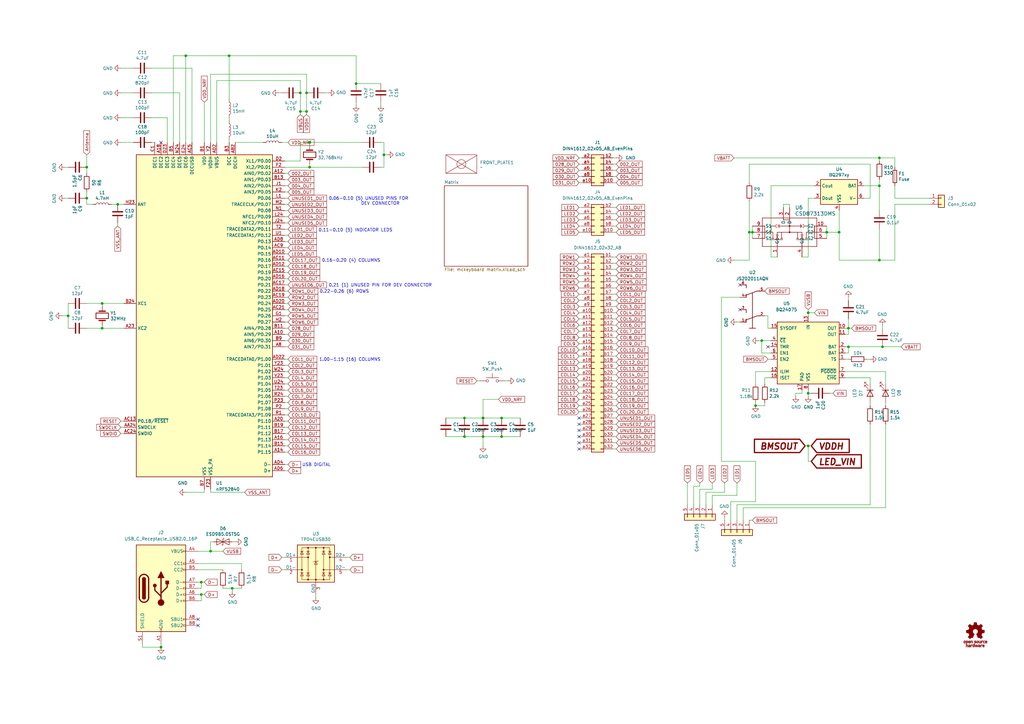
<source format=kicad_sch>
(kicad_sch (version 20231120) (generator "eeschema") (generator_version "8.0")
  (paper "A3")
  (title_block (title "Wavelength") (company "AA RESEARCH"))
  (junction (at 41.91 134.62))
  (junction (at 360.68 106.68))
  (junction (at 125.73 38.1))
  (junction (at 344.17 95.25))
  (junction (at 82.55 238.76))
  (junction (at 347.98 134.62))
  (junction (at 66.04 265.43))
  (junction (at 86.36 226.06))
  (junction (at 307.34 95.25))
  (junction (at 35.56 81.28))
  (junction (at 146.05 34.29))
  (junction (at 360.68 64.77))
  (junction (at 27.94 129.54))
  (junction (at 331.47 182.88))
  (junction (at 339.09 95.25))
  (junction (at 331.47 128.27))
  (junction (at 127 68.58))
  (junction (at 205.74 171.45))
  (junction (at 205.74 179.07))
  (junction (at 309.88 166.37))
  (junction (at 198.12 179.07))
  (junction (at 308.61 95.25))
  (junction (at 123.19 38.1))
  (junction (at 190.5 171.45))
  (junction (at 347.98 142.24))
  (junction (at 76.2 22.86))
  (junction (at 82.55 243.84))
  (junction (at 312.42 139.7))
  (junction (at 198.12 171.45))
  (junction (at 331.47 161.29))
  (junction (at 41.91 124.46))
  (junction (at 127 58.42))
  (junction (at 360.68 76.2))
  (junction (at 125.73 45.72))
  (junction (at 93.98 22.86))
  (junction (at 35.56 68.58))
  (junction (at 361.95 142.24))
  (junction (at 48.26 83.82))
  (junction (at 95.25 241.3))
  (junction (at 190.5 179.07))
  (junction (at 157.48 63.5))
  (junction (at 123.19 45.72))
  (no_connect (at 237.49 181.61))
  (no_connect (at 237.49 171.45))
  (no_connect (at 237.49 179.07))
  (no_connect (at 81.28 256.54))
  (no_connect (at 66.04 58.42))
  (no_connect (at 237.49 176.53))
  (no_connect (at 303.53 127))
  (no_connect (at 237.49 173.99))
  (no_connect (at 314.96 142.24))
  (no_connect (at 81.28 254))
  (no_connect (at 237.49 184.15))
  (no_connect (at 303.53 116.84))
  (wire (pts (xy 347.98 137.16) (xy 346.71 137.16)))
  (wire (pts (xy 313.69 157.48) (xy 313.69 154.94)))
  (wire (pts (xy 331.47 161.29) (xy 331.47 160.02)))
  (wire (pts (xy 314.96 129.54) (xy 313.69 129.54)))
  (wire (pts (xy 251.46 135.89) (xy 252.73 135.89)))
  (wire (pts (xy 35.56 78.74) (xy 35.56 81.28)))
  (wire (pts (xy 116.84 66.04) (xy 123.19 66.04)))
  (wire (pts (xy 309.88 205.74) (xy 299.72 205.74)))
  (wire (pts (xy 71.12 22.86) (xy 76.2 22.86)))
  (wire (pts (xy 114.3 38.1) (xy 115.57 38.1)))
  (wire (pts (xy 48.26 91.44) (xy 48.26 92.71)))
  (wire (pts (xy 35.56 83.82) (xy 35.56 81.28)))
  (wire (pts (xy 83.82 41.91) (xy 83.82 58.42)))
  (wire (pts (xy 99.06 231.14) (xy 99.06 233.68)))
  (wire (pts (xy 292.1 200.66) (xy 287.02 200.66)))
  (wire (pts (xy 237.49 146.05) (xy 238.76 146.05)))
  (wire (pts (xy 198.12 163.83) (xy 204.47 163.83)))
  (wire (pts (xy 81.28 226.06) (xy 86.36 226.06)))
  (wire (pts (xy 367.03 81.28) (xy 367.03 76.2)))
  (wire (pts (xy 332.74 189.23) (xy 331.47 189.23)))
  (wire (pts (xy 331.47 127) (xy 331.47 128.27)))
  (wire (pts (xy 332.74 161.29) (xy 331.47 161.29)))
  (wire (pts (xy 50.8 83.82) (xy 48.26 83.82)))
  (wire (pts (xy 27.94 81.28) (xy 26.67 81.28)))
  (wire (pts (xy 88.9 33.02) (xy 123.19 33.02)))
  (wire (pts (xy 116.84 99.06) (xy 118.11 99.06)))
  (wire (pts (xy 251.46 74.93) (xy 252.73 74.93)))
  (wire (pts (xy 313.69 154.94) (xy 316.23 154.94)))
  (wire (pts (xy 251.46 179.07) (xy 252.73 179.07)))
  (wire (pts (xy 251.46 118.11) (xy 252.73 118.11)))
  (wire (pts (xy 251.46 181.61) (xy 252.73 181.61)))
  (wire (pts (xy 309.88 152.4) (xy 316.23 152.4)))
  (wire (pts (xy 116.84 127) (xy 118.11 127)))
  (wire (pts (xy 251.46 90.17) (xy 252.73 90.17)))
  (wire (pts (xy 251.46 113.03) (xy 252.73 113.03)))
  (wire (pts (xy 251.46 123.19) (xy 252.73 123.19)))
  (wire (pts (xy 82.55 246.38) (xy 81.28 246.38)))
  (wire (pts (xy 196.85 156.21) (xy 195.58 156.21)))
  (wire (pts (xy 360.68 73.66) (xy 360.68 76.2)))
  (wire (pts (xy 316.23 76.2) (xy 334.01 76.2)))
  (wire (pts (xy 116.84 119.38) (xy 118.11 119.38)))
  (wire (pts (xy 347.98 147.32) (xy 346.71 147.32)))
  (wire (pts (xy 116.84 228.6) (xy 115.57 228.6)))
  (wire (pts (xy 116.84 137.16) (xy 118.11 137.16)))
  (wire (pts (xy 116.84 68.58) (xy 127 68.58)))
  (wire (pts (xy 251.46 133.35) (xy 252.73 133.35)))
  (wire (pts (xy 129.54 245.11) (xy 129.54 243.84)))
  (wire (pts (xy 284.48 199.39) (xy 284.48 207.01)))
  (wire (pts (xy 35.56 134.62) (xy 41.91 134.62)))
  (wire (pts (xy 363.22 166.37) (xy 363.22 165.1)))
  (wire (pts (xy 83.82 243.84) (xy 82.55 243.84)))
  (wire (pts (xy 116.84 139.7) (xy 118.11 139.7)))
  (wire (pts (xy 116.84 104.14) (xy 118.11 104.14)))
  (wire (pts (xy 237.49 171.45) (xy 238.76 171.45)))
  (wire (pts (xy 363.22 173.99) (xy 363.22 208.28)))
  (wire (pts (xy 116.84 149.86) (xy 118.11 149.86)))
  (wire (pts (xy 251.46 72.39) (xy 252.73 72.39)))
  (wire (pts (xy 127 58.42) (xy 127 59.69)))
  (wire (pts (xy 251.46 173.99) (xy 252.73 173.99)))
  (wire (pts (xy 251.46 110.49) (xy 252.73 110.49)))
  (wire (pts (xy 41.91 134.62) (xy 50.8 134.62)))
  (wire (pts (xy 91.44 241.3) (xy 95.25 241.3)))
  (wire (pts (xy 344.17 106.68) (xy 360.68 106.68)))
  (wire (pts (xy 95.25 241.3) (xy 95.25 242.57)))
  (wire (pts (xy 157.48 68.58) (xy 156.21 68.58)))
  (wire (pts (xy 81.28 231.14) (xy 99.06 231.14)))
  (wire (pts (xy 328.93 105.41) (xy 331.47 105.41)))
  (wire (pts (xy 347.98 142.24) (xy 347.98 144.78)))
  (wire (pts (xy 237.49 133.35) (xy 238.76 133.35)))
  (wire (pts (xy 146.05 22.86) (xy 146.05 34.29)))
  (wire (pts (xy 334.01 81.28) (xy 331.47 81.28)))
  (wire (pts (xy 76.2 201.93) (xy 83.82 201.93)))
  (wire (pts (xy 123.19 45.72) (xy 123.19 38.1)))
  (wire (pts (xy 190.5 179.07) (xy 198.12 179.07)))
  (wire (pts (xy 251.46 156.21) (xy 252.73 156.21)))
  (wire (pts (xy 331.47 81.28) (xy 331.47 105.41)))
  (wire (pts (xy 314.96 142.24) (xy 316.23 142.24)))
  (wire (pts (xy 321.31 85.09) (xy 321.31 83.82)))
  (wire (pts (xy 237.49 156.21) (xy 238.76 156.21)))
  (wire (pts (xy 49.53 177.8) (xy 50.8 177.8)))
  (wire (pts (xy 62.23 48.26) (xy 68.58 48.26)))
  (wire (pts (xy 35.56 71.12) (xy 35.56 68.58)))
  (wire (pts (xy 123.19 33.02) (xy 123.19 38.1)))
  (wire (pts (xy 62.23 38.1) (xy 73.66 38.1)))
  (wire (pts (xy 300.99 106.68) (xy 307.34 106.68)))
  (wire (pts (xy 237.49 179.07) (xy 238.76 179.07)))
  (wire (pts (xy 237.49 153.67) (xy 238.76 153.67)))
  (wire (pts (xy 331.47 161.29) (xy 331.47 162.56)))
  (wire (pts (xy 307.34 67.31) (xy 356.87 67.31)))
  (wire (pts (xy 116.84 157.48) (xy 118.11 157.48)))
  (wire (pts (xy 316.23 76.2) (xy 316.23 105.41)))
  (wire (pts (xy 116.84 180.34) (xy 118.11 180.34)))
  (wire (pts (xy 237.49 130.81) (xy 238.76 130.81)))
  (wire (pts (xy 41.91 124.46) (xy 41.91 125.73)))
  (wire (pts (xy 58.42 264.16) (xy 58.42 265.43)))
  (wire (pts (xy 251.46 168.91) (xy 252.73 168.91)))
  (wire (pts (xy 115.57 233.68) (xy 116.84 233.68)))
  (wire (pts (xy 297.18 212.09) (xy 297.18 213.36)))
  (wire (pts (xy 363.22 152.4) (xy 363.22 157.48)))
  (wire (pts (xy 116.84 167.64) (xy 118.11 167.64)))
  (wire (pts (xy 307.34 67.31) (xy 307.34 74.93)))
  (wire (pts (xy 251.46 161.29) (xy 252.73 161.29)))
  (wire (pts (xy 213.36 171.45) (xy 205.74 171.45)))
  (wire (pts (xy 116.84 154.94) (xy 118.11 154.94)))
  (wire (pts (xy 363.22 208.28) (xy 304.8 208.28)))
  (wire (pts (xy 313.69 165.1) (xy 313.69 166.37)))
  (wire (pts (xy 328.93 161.29) (xy 326.39 161.29)))
  (wire (pts (xy 116.84 86.36) (xy 118.11 86.36)))
  (wire (pts (xy 27.94 129.54) (xy 25.4 129.54)))
  (wire (pts (xy 251.46 69.85) (xy 252.73 69.85)))
  (wire (pts (xy 125.73 45.72) (xy 125.73 38.1)))
  (wire (pts (xy 237.49 166.37) (xy 238.76 166.37)))
  (wire (pts (xy 127 58.42) (xy 148.59 58.42)))
  (wire (pts (xy 321.31 83.82) (xy 323.85 83.82)))
  (wire (pts (xy 251.46 166.37) (xy 252.73 166.37)))
  (wire (pts (xy 49.53 172.72) (xy 50.8 172.72)))
  (wire (pts (xy 251.46 171.45) (xy 252.73 171.45)))
  (wire (pts (xy 116.84 81.28) (xy 118.11 81.28)))
  (wire (pts (xy 361.95 133.35) (xy 361.95 134.62)))
  (wire (pts (xy 35.56 83.82) (xy 38.1 83.82)))
  (wire (pts (xy 360.68 66.04) (xy 360.68 64.77)))
  (wire (pts (xy 116.84 106.68) (xy 118.11 106.68)))
  (wire (pts (xy 237.49 90.17) (xy 238.76 90.17)))
  (wire (pts (xy 331.47 182.88) (xy 331.47 189.23)))
  (wire (pts (xy 87.63 222.25) (xy 86.36 222.25)))
  (wire (pts (xy 35.56 68.58) (xy 35.56 63.5)))
  (wire (pts (xy 208.28 156.21) (xy 207.01 156.21)))
  (wire (pts (xy 237.49 72.39) (xy 238.76 72.39)))
  (wire (pts (xy 251.46 130.81) (xy 252.73 130.81)))
  (wire (pts (xy 237.49 161.29) (xy 238.76 161.29)))
  (wire (pts (xy 86.36 30.48) (xy 86.36 58.42)))
  (wire (pts (xy 156.21 58.42) (xy 157.48 58.42)))
  (wire (pts (xy 369.57 142.24) (xy 361.95 142.24)))
  (wire (pts (xy 339.09 95.25) (xy 344.17 95.25)))
  (wire (pts (xy 339.09 92.71) (xy 339.09 95.25)))
  (wire (pts (xy 96.52 58.42) (xy 107.95 58.42)))
  (wire (pts (xy 116.84 93.98) (xy 118.11 93.98)))
  (wire (pts (xy 62.23 58.42) (xy 63.5 58.42)))
  (wire (pts (xy 356.87 166.37) (xy 356.87 165.1)))
  (wire (pts (xy 251.46 176.53) (xy 252.73 176.53)))
  (wire (pts (xy 116.84 83.82) (xy 118.11 83.82)))
  (wire (pts (xy 116.84 124.46) (xy 118.11 124.46)))
  (wire (pts (xy 123.19 46.99) (xy 123.19 45.72)))
  (wire (pts (xy 347.98 130.81) (xy 347.98 134.62)))
  (wire (pts (xy 93.98 48.26) (xy 93.98 49.53)))
  (wire (pts (xy 237.49 128.27) (xy 238.76 128.27)))
  (wire (pts (xy 237.49 64.77) (xy 238.76 64.77)))
  (wire (pts (xy 251.46 87.63) (xy 252.73 87.63)))
  (wire (pts (xy 339.09 97.79) (xy 339.09 95.25)))
  (wire (pts (xy 251.46 138.43) (xy 252.73 138.43)))
  (wire (pts (xy 125.73 46.99) (xy 125.73 45.72)))
  (wire (pts (xy 308.61 95.25) (xy 307.34 95.25)))
  (wire (pts (xy 116.84 175.26) (xy 118.11 175.26)))
  (wire (pts (xy 237.49 115.57) (xy 238.76 115.57)))
  (wire (pts (xy 347.98 144.78) (xy 346.71 144.78)))
  (wire (pts (xy 251.46 153.67) (xy 252.73 153.67)))
  (wire (pts (xy 360.68 106.68) (xy 367.03 106.68)))
  (wire (pts (xy 198.12 179.07) (xy 205.74 179.07)))
  (wire (pts (xy 312.42 144.78) (xy 316.23 144.78)))
  (wire (pts (xy 356.87 154.94) (xy 356.87 157.48)))
  (wire (pts (xy 71.12 22.86) (xy 71.12 58.42)))
  (wire (pts (xy 76.2 22.86) (xy 93.98 22.86)))
  (wire (pts (xy 340.36 161.29) (xy 341.63 161.29)))
  (wire (pts (xy 116.84 142.24) (xy 118.11 142.24)))
  (wire (pts (xy 344.17 86.36) (xy 344.17 95.25)))
  (wire (pts (xy 287.02 198.12) (xy 287.02 199.39)))
  (wire (pts (xy 116.84 109.22) (xy 118.11 109.22)))
  (wire (pts (xy 146.05 43.18) (xy 146.05 41.91)))
  (wire (pts (xy 316.23 134.62) (xy 314.96 134.62)))
  (wire (pts (xy 82.55 238.76) (xy 83.82 238.76)))
  (wire (pts (xy 237.49 87.63) (xy 238.76 87.63)))
  (wire (pts (xy 116.84 132.08) (xy 118.11 132.08)))
  (wire (pts (xy 62.23 27.94) (xy 78.74 27.94)))
  (wire (pts (xy 347.98 121.92) (xy 347.98 123.19)))
  (wire (pts (xy 346.71 134.62) (xy 347.98 134.62)))
  (wire (pts (xy 82.55 241.3) (xy 81.28 241.3)))
  (wire (pts (xy 116.84 116.84) (xy 118.11 116.84)))
  (wire (pts (xy 367.03 83.82) (xy 367.03 106.68)))
  (wire (pts (xy 73.66 38.1) (xy 73.66 58.42)))
  (wire (pts (xy 328.93 160.02) (xy 328.93 161.29)))
  (wire (pts (xy 237.49 95.25) (xy 238.76 95.25)))
  (wire (pts (xy 127 68.58) (xy 148.59 68.58)))
  (wire (pts (xy 312.42 139.7) (xy 316.23 139.7)))
  (wire (pts (xy 237.49 123.19) (xy 238.76 123.19)))
  (wire (pts (xy 93.98 57.15) (xy 93.98 58.42)))
  (wire (pts (xy 287.02 200.66) (xy 287.02 207.01)))
  (wire (pts (xy 251.46 146.05) (xy 252.73 146.05)))
  (wire (pts (xy 49.53 58.42) (xy 54.61 58.42)))
  (wire (pts (xy 50.8 124.46) (xy 41.91 124.46)))
  (wire (pts (xy 292.1 198.12) (xy 292.1 200.66)))
  (wire (pts (xy 295.91 121.92) (xy 295.91 189.23)))
  (wire (pts (xy 115.57 58.42) (xy 118.11 58.42)))
  (wire (pts (xy 237.49 118.11) (xy 238.76 118.11)))
  (wire (pts (xy 66.04 264.16) (xy 66.04 265.43)))
  (wire (pts (xy 251.46 151.13) (xy 252.73 151.13)))
  (wire (pts (xy 116.84 73.66) (xy 118.11 73.66)))
  (wire (pts (xy 116.84 111.76) (xy 118.11 111.76)))
  (wire (pts (xy 326.39 161.29) (xy 326.39 162.56)))
  (wire (pts (xy 123.19 58.42) (xy 123.19 66.04)))
  (wire (pts (xy 86.36 200.66) (xy 86.36 201.93)))
  (wire (pts (xy 86.36 30.48) (xy 125.73 30.48)))
  (wire (pts (xy 27.94 124.46) (xy 27.94 129.54)))
  (wire (pts (xy 309.88 189.23) (xy 309.88 205.74)))
  (wire (pts (xy 116.84 76.2) (xy 118.11 76.2)))
  (wire (pts (xy 116.84 129.54) (xy 118.11 129.54)))
  (wire (pts (xy 237.49 125.73) (xy 238.76 125.73)))
  (wire (pts (xy 143.51 233.68) (xy 142.24 233.68)))
  (wire (pts (xy 302.26 213.36) (xy 302.26 207.01)))
  (wire (pts (xy 198.12 182.88) (xy 198.12 179.07)))
  (wire (pts (xy 331.47 182.88) (xy 332.74 182.88)))
  (wire (pts (xy 237.49 163.83) (xy 238.76 163.83)))
  (wire (pts (xy 307.34 213.36) (xy 308.61 213.36)))
  (wire (pts (xy 367.03 83.82) (xy 381 83.82)))
  (wire (pts (xy 116.84 190.5) (xy 118.11 190.5)))
  (wire (pts (xy 237.49 168.91) (xy 238.76 168.91)))
  (wire (pts (xy 347.98 142.24) (xy 361.95 142.24)))
  (wire (pts (xy 27.94 68.58) (xy 26.67 68.58)))
  (wire (pts (xy 356.87 147.32) (xy 355.6 147.32)))
  (wire (pts (xy 76.2 22.86) (xy 76.2 58.42)))
  (wire (pts (xy 302.26 198.12) (xy 302.26 203.2)))
  (wire (pts (xy 307.34 82.55) (xy 307.34 95.25)))
  (wire (pts (xy 93.98 22.86) (xy 146.05 22.86)))
  (wire (pts (xy 146.05 34.29) (xy 156.21 34.29)))
  (wire (pts (xy 237.49 173.99) (xy 238.76 173.99)))
  (wire (pts (xy 346.71 152.4) (xy 363.22 152.4)))
  (wire (pts (xy 116.84 134.62) (xy 118.11 134.62)))
  (wire (pts (xy 251.46 128.27) (xy 252.73 128.27)))
  (wire (pts (xy 237.49 181.61) (xy 238.76 181.61)))
  (wire (pts (xy 237.49 140.97) (xy 238.76 140.97)))
  (wire (pts (xy 237.49 158.75) (xy 238.76 158.75)))
  (wire (pts (xy 96.52 222.25) (xy 95.25 222.25)))
  (wire (pts (xy 360.68 76.2) (xy 360.68 86.36)))
  (wire (pts (xy 86.36 226.06) (xy 91.44 226.06)))
  (wire (pts (xy 381 81.28) (xy 367.03 81.28)))
  (wire (pts (xy 237.49 74.93) (xy 238.76 74.93)))
  (wire (pts (xy 354.33 81.28) (xy 356.87 81.28)))
  (wire (pts (xy 83.82 201.93) (xy 83.82 200.66)))
  (wire (pts (xy 116.84 160.02) (xy 118.11 160.02)))
  (wire (pts (xy 313.69 166.37) (xy 309.88 166.37)))
  (wire (pts (xy 302.26 132.08) (xy 303.53 132.08)))
  (wire (pts (xy 58.42 265.43) (xy 66.04 265.43)))
  (wire (pts (xy 251.46 95.25) (xy 252.73 95.25)))
  (wire (pts (xy 251.46 158.75) (xy 252.73 158.75)))
  (wire (pts (xy 116.84 114.3) (xy 118.11 114.3)))
  (wire (pts (xy 331.47 129.54) (xy 331.47 128.27)))
  (wire (pts (xy 116.84 172.72) (xy 118.11 172.72)))
  (wire (pts (xy 251.46 125.73) (xy 252.73 125.73)))
  (wire (pts (xy 330.2 182.88) (xy 331.47 182.88)))
  (wire (pts (xy 251.46 184.15) (xy 252.73 184.15)))
  (wire (pts (xy 297.18 198.12) (xy 297.18 201.93)))
  (wire (pts (xy 237.49 113.03) (xy 238.76 113.03)))
  (wire (pts (xy 311.15 139.7) (xy 312.42 139.7)))
  (wire (pts (xy 116.84 101.6) (xy 118.11 101.6)))
  (wire (pts (xy 251.46 143.51) (xy 252.73 143.51)))
  (wire (pts (xy 237.49 67.31) (xy 238.76 67.31)))
  (wire (pts (xy 116.84 170.18) (xy 118.11 170.18)))
  (wire (pts (xy 237.49 151.13) (xy 238.76 151.13)))
  (wire (pts (xy 116.84 121.92) (xy 118.11 121.92)))
  (wire (pts (xy 116.84 96.52) (xy 118.11 96.52)))
  (wire (pts (xy 251.46 148.59) (xy 252.73 148.59)))
  (wire (pts (xy 237.49 148.59) (xy 238.76 148.59)))
  (wire (pts (xy 314.96 147.32) (xy 316.23 147.32)))
  (wire (pts (xy 237.49 69.85) (xy 238.76 69.85)))
  (wire (pts (xy 334.01 128.27) (xy 331.47 128.27)))
  (wire (pts (xy 346.71 142.24) (xy 347.98 142.24)))
  (wire (pts (xy 289.56 201.93) (xy 289.56 207.01)))
  (wire (pts (xy 134.62 38.1) (xy 133.35 38.1)))
  (wire (pts (xy 81.28 233.68) (xy 91.44 233.68)))
  (wire (pts (xy 309.88 165.1) (xy 309.88 166.37)))
  (wire (pts (xy 41.91 133.35) (xy 41.91 134.62)))
  (wire (pts (xy 116.84 177.8) (xy 118.11 177.8)))
  (wire (pts (xy 27.94 129.54) (xy 27.94 134.62)))
  (wire (pts (xy 237.49 135.89) (xy 238.76 135.89)))
  (wire (pts (xy 367.03 68.58) (xy 367.03 64.77)))
  (wire (pts (xy 344.17 95.25) (xy 344.17 106.68)))
  (wire (pts (xy 360.68 93.98) (xy 360.68 106.68)))
  (wire (pts (xy 307.34 95.25) (xy 307.34 106.68)))
  (wire (pts (xy 251.46 67.31) (xy 252.73 67.31)))
  (wire (pts (xy 251.46 107.95) (xy 252.73 107.95)))
  (wire (pts (xy 116.84 165.1) (xy 118.11 165.1)))
  (wire (pts (xy 302.26 203.2) (xy 292.1 203.2)))
  (wire (pts (xy 237.49 176.53) (xy 238.76 176.53)))
  (wire (pts (xy 157.48 58.42) (xy 157.48 63.5)))
  (wire (pts (xy 116.84 182.88) (xy 118.11 182.88)))
  (wire (pts (xy 86.36 222.25) (xy 86.36 226.06)))
  (wire (pts (xy 205.74 171.45) (xy 198.12 171.45)))
  (wire (pts (xy 157.48 63.5) (xy 157.48 68.58)))
  (wire (pts (xy 35.56 124.46) (xy 41.91 124.46)))
  (wire (pts (xy 116.84 78.74) (xy 118.11 78.74)))
  (wire (pts (xy 198.12 171.45) (xy 198.12 163.83)))
  (wire (pts (xy 237.49 107.95) (xy 238.76 107.95)))
  (wire (pts (xy 116.84 88.9) (xy 118.11 88.9)))
  (wire (pts (xy 251.46 120.65) (xy 252.73 120.65)))
  (wire (pts (xy 237.49 85.09) (xy 238.76 85.09)))
  (wire (pts (xy 125.73 45.72) (xy 123.19 45.72)))
  (wire (pts (xy 251.46 92.71) (xy 252.73 92.71)))
  (wire (pts (xy 237.49 105.41) (xy 238.76 105.41)))
  (wire (pts (xy 304.8 208.28) (xy 304.8 213.36)))
  (wire (pts (xy 182.88 179.07) (xy 190.5 179.07)))
  (wire (pts (xy 198.12 171.45) (xy 190.5 171.45)))
  (wire (pts (xy 360.68 64.77) (xy 367.03 64.77)))
  (wire (pts (xy 95.25 241.3) (xy 99.06 241.3)))
  (wire (pts (xy 82.55 243.84) (xy 82.55 246.38)))
  (wire (pts (xy 49.53 38.1) (xy 54.61 38.1)))
  (wire (pts (xy 116.84 71.12) (xy 118.11 71.12)))
  (wire (pts (xy 78.74 27.94) (xy 78.74 58.42)))
  (wire (pts (xy 237.49 110.49) (xy 238.76 110.49)))
  (wire (pts (xy 281.94 198.12) (xy 281.94 207.01)))
  (wire (pts (xy 309.88 152.4) (xy 309.88 157.48)))
  (wire (pts (xy 295.91 189.23) (xy 309.88 189.23)))
  (wire (pts (xy 116.84 162.56) (xy 118.11 162.56)))
  (wire (pts (xy 251.46 64.77) (xy 252.73 64.77)))
  (wire (pts (xy 68.58 48.26) (xy 68.58 58.42)))
  (wire (pts (xy 190.5 171.45) (xy 182.88 171.45)))
  (wire (pts (xy 86.36 201.93) (xy 100.33 201.93)))
  (wire (pts (xy 93.98 22.86) (xy 93.98 40.64)))
  (wire (pts (xy 81.28 238.76) (xy 82.55 238.76)))
  (wire (pts (xy 81.28 243.84) (xy 82.55 243.84)))
  (wire (pts (xy 116.84 152.4) (xy 118.11 152.4)))
  (wire (pts (xy 312.42 139.7) (xy 312.42 144.78)))
  (wire (pts (xy 116.84 193.04) (xy 118.11 193.04)))
  (wire (pts (xy 49.53 27.94) (xy 54.61 27.94)))
  (wire (pts (xy 88.9 33.02) (xy 88.9 58.42)))
  (wire (pts (xy 49.53 48.26) (xy 54.61 48.26)))
  (wire (pts (xy 142.24 228.6) (xy 143.51 228.6)))
  (wire (pts (xy 251.46 105.41) (xy 252.73 105.41)))
  (wire (pts (xy 251.46 140.97) (xy 252.73 140.97)))
  (wire (pts (xy 297.18 201.93) (xy 289.56 201.93)))
  (wire (pts (xy 308.61 95.25) (xy 308.61 97.79)))
  (wire (pts (xy 127 58.42) (xy 123.19 58.42)))
  (wire (pts (xy 237.49 143.51) (xy 238.76 143.51)))
  (wire (pts (xy 125.73 30.48) (xy 125.73 38.1)))
  (wire (pts (xy 346.71 154.94) (xy 356.87 154.94)))
  (wire (pts (xy 205.74 179.07) (xy 213.36 179.07)))
  (wire (pts (xy 347.98 134.62) (xy 347.98 137.16)))
  (wire (pts (xy 49.53 175.26) (xy 50.8 175.26)))
  (wire (pts (xy 316.23 105.41) (xy 318.77 105.41)))
  (wire (pts (xy 295.91 121.92) (xy 303.53 121.92)))
  (wire (pts (xy 287.02 199.39) (xy 284.48 199.39)))
  (wire (pts (xy 300.99 64.77) (xy 360.68 64.77)))
  (wire (pts (xy 314.96 134.62) (xy 314.96 129.54)))
  (wire (pts (xy 356.87 81.28) (xy 356.87 67.31)))
  (wire (pts (xy 237.49 92.71) (xy 238.76 92.71)))
  (wire (pts (xy 156.21 43.18) (xy 156.21 41.91)))
  (wire (pts (xy 48.26 83.82) (xy 45.72 83.82)))
  (wire (pts (xy 251.46 163.83) (xy 252.73 163.83)))
  (wire (pts (xy 347.98 134.62) (xy 349.25 134.62)))
  (wire (pts (xy 251.46 85.09) (xy 252.73 85.09)))
  (wire (pts (xy 323.85 83.82) (xy 323.85 85.09)))
  (wire (pts (xy 299.72 205.74) (xy 299.72 213.36)))
  (wire (pts (xy 237.49 138.43) (xy 238.76 138.43)))
  (wire (pts (xy 116.84 147.32) (xy 118.11 147.32)))
  (wire (pts (xy 158.75 63.5) (xy 157.48 63.5)))
  (wire (pts (xy 354.33 76.2) (xy 360.68 76.2)))
  (wire (pts (xy 251.46 115.57) (xy 252.73 115.57)))
  (wire (pts (xy 302.26 207.01) (xy 356.87 207.01)))
  (wire (pts (xy 292.1 203.2) (xy 292.1 207.01)))
  (wire (pts (xy 356.87 207.01) (xy 356.87 173.99)))
  (wire (pts (xy 116.84 185.42) (xy 118.11 185.42)))
  (wire (pts (xy 116.84 91.44) (xy 118.11 91.44)))
  (wire (pts (xy 237.49 120.65) (xy 238.76 120.65)))
  (wire (pts (xy 127 68.58) (xy 127 67.31)))
  (wire (pts (xy 82.55 238.76) (xy 82.55 241.3)))
  (wire (pts (xy 237.49 184.15) (xy 238.76 184.15)))
  (wire (pts (xy 308.61 92.71) (xy 308.61 95.25)))
  (text "0.22-0.26 (6) ROWS" (at 141.224 119.634 0) (effects (font (size 1.27 1.27))))
  (text "0.21 (1) UNUSED PIN FOR DEV CONNECTOR" (at 155.956 117.094 0) (effects (font (size 1.27 1.27))))
  (text "0.11-0.10 (5) INDICATOR LEDS\n" (at 145.796 94.488 0) (effects (font (size 1.27 1.27))))
  (text "1.00-1.15 (16) COLUMNS\n" (at 143.51 147.574 0) (effects (font (size 1.27 1.27))))
  (text "0.06-0.10 (5) UNUSED PINS FOR \n         DEV CONNECTOR" (at 151.638 82.55 0) (effects (font (size 1.27 1.27))))
  (text "USB DIGITAL" (at 129.794 190.754 0) (effects (font (size 1.27 1.27))))
  (text "0.16-0.20 (4) COLUMNS\n" (at 144.018 106.934 0) (effects (font (size 1.27 1.27))))
  (global_label "COL2_OUT" (shape input) (at 118.11 149.86 0) (property "Intersheetrefs" "${INTERSHEET_REFS}" (effects (hide yes))))
  (global_label "COL3" (shape input) (at 237.49 125.73 180) (property "Intersheetrefs" "${INTERSHEET_REFS}" (effects (hide yes))))
  (global_label "VBUS" (shape input) (at 123.19 46.99 270) (property "Intersheetrefs" "${INTERSHEET_REFS}" (effects (hide yes))))
  (global_label "LED3_OUT" (shape input) (at 118.11 99.06 0) (property "Intersheetrefs" "${INTERSHEET_REFS}" (effects (hide yes))))
  (global_label "COL3_OUT" (shape input) (at 252.73 125.73 0) (property "Intersheetrefs" "${INTERSHEET_REFS}" (effects (hide yes))))
  (global_label "RESET" (shape input) (at 195.58 156.21 180) (property "Intersheetrefs" "${INTERSHEET_REFS}" (effects (hide yes))))
  (global_label "COL12_OUT" (shape input) (at 252.73 148.59 0) (property "Intersheetrefs" "${INTERSHEET_REFS}" (effects (hide yes))))
  (global_label "COL16_OUT" (shape input) (at 252.73 158.75 0) (property "Intersheetrefs" "${INTERSHEET_REFS}" (effects (hide yes))))
  (global_label "COL17_OUT" (shape input) (at 118.11 106.68 0) (property "Intersheetrefs" "${INTERSHEET_REFS}" (effects (hide yes))))
  (global_label "D-" (shape input) (at 143.51 233.68 0) (property "Intersheetrefs" "${INTERSHEET_REFS}" (effects (hide yes))))
  (global_label "BMSOUT" (shape input) (at 314.96 147.32 180) (property "Intersheetrefs" "${INTERSHEET_REFS}" (effects (hide yes))))
  (global_label "UNUSED3_OUT" (shape input) (at 118.11 86.36 0) (property "Intersheetrefs" "${INTERSHEET_REFS}" (effects (hide yes))))
  (global_label "UNUSED6_OUT" (shape input) (at 252.73 184.15 0) (property "Intersheetrefs" "${INTERSHEET_REFS}" (effects (hide yes))))
  (global_label "COL1_OUT" (shape input) (at 252.73 120.65 0) (property "Intersheetrefs" "${INTERSHEET_REFS}" (effects (hide yes))))
  (global_label "LED2_OUT" (shape input) (at 252.73 87.63 0) (property "Intersheetrefs" "${INTERSHEET_REFS}" (effects (hide yes))))
  (global_label "ROW3" (shape input) (at 237.49 110.49 180) (property "Intersheetrefs" "${INTERSHEET_REFS}" (effects (hide yes))))
  (global_label "COL11_OUT" (shape input) (at 252.73 146.05 0) (property "Intersheetrefs" "${INTERSHEET_REFS}" (effects (hide yes))))
  (global_label "ROW4" (shape input) (at 237.49 113.03 180) (property "Intersheetrefs" "${INTERSHEET_REFS}" (effects (hide yes))))
  (global_label "LED4" (shape input) (at 237.49 92.71 180) (property "Intersheetrefs" "${INTERSHEET_REFS}" (effects (hide yes))))
  (global_label "COL9_OUT" (shape input) (at 252.73 140.97 0) (property "Intersheetrefs" "${INTERSHEET_REFS}" (effects (hide yes))))
  (global_label "COL12" (shape input) (at 237.49 148.59 180) (property "Intersheetrefs" "${INTERSHEET_REFS}" (effects (hide yes))))
  (global_label "COL7" (shape input) (at 237.49 135.89 180) (property "Intersheetrefs" "${INTERSHEET_REFS}" (effects (hide yes))))
  (global_label "002_OUT" (shape input) (at 252.73 67.31 0) (property "Intersheetrefs" "${INTERSHEET_REFS}" (effects (hide yes))))
  (global_label "LED5_OUT" (shape input) (at 118.11 104.14 0) (property "Intersheetrefs" "${INTERSHEET_REFS}" (effects (hide yes))))
  (global_label "VDDH" (shape input) (at 332.74 182.88 0) (effects (font (size 2.54 2.54) (thickness 0.508) (bold yes) (italic yes))) (property "Intersheetrefs" "${INTERSHEET_REFS}" (effects (hide yes))))
  (global_label "COL4_OUT" (shape input) (at 252.73 128.27 0) (property "Intersheetrefs" "${INTERSHEET_REFS}" (effects (hide yes))))
  (global_label "COL11_OUT" (shape input) (at 118.11 172.72 0) (property "Intersheetrefs" "${INTERSHEET_REFS}" (effects (hide yes))))
  (global_label "LED3" (shape input) (at 292.1 198.12 90) (property "Intersheetrefs" "${INTERSHEET_REFS}" (effects (hide yes))))
  (global_label "COL19_OUT" (shape input) (at 118.11 111.76 0) (property "Intersheetrefs" "${INTERSHEET_REFS}" (effects (hide yes))))
  (global_label "ROW3_OUT" (shape input) (at 118.11 124.46 0) (property "Intersheetrefs" "${INTERSHEET_REFS}" (effects (hide yes))))
  (global_label "D+" (shape input) (at 115.57 228.6 180) (property "Intersheetrefs" "${INTERSHEET_REFS}" (effects (hide yes))))
  (global_label "COL20" (shape input) (at 237.49 168.91 180) (property "Intersheetrefs" "${INTERSHEET_REFS}" (effects (hide yes))))
  (global_label "028_OUT" (shape input) (at 237.49 67.31 180) (property "Intersheetrefs" "${INTERSHEET_REFS}" (effects (hide yes))))
  (global_label "COL19_OUT" (shape input) (at 252.73 166.37 0) (property "Intersheetrefs" "${INTERSHEET_REFS}" (effects (hide yes))))
  (global_label "UNUSED5_OUT" (shape input) (at 118.11 91.44 0) (property "Intersheetrefs" "${INTERSHEET_REFS}" (effects (hide yes))))
  (global_label "LED4_OUT" (shape input) (at 252.73 92.71 0) (property "Intersheetrefs" "${INTERSHEET_REFS}" (effects (hide yes))))
  (global_label "COL18" (shape input) (at 237.49 163.83 180) (property "Intersheetrefs" "${INTERSHEET_REFS}" (effects (hide yes))))
  (global_label "COL20_OUT" (shape input) (at 118.11 114.3 0) (property "Intersheetrefs" "${INTERSHEET_REFS}" (effects (hide yes))))
  (global_label "COL13_OUT" (shape input) (at 252.73 151.13 0) (property "Intersheetrefs" "${INTERSHEET_REFS}" (effects (hide yes))))
  (global_label "COL11" (shape input) (at 237.49 146.05 180) (property "Intersheetrefs" "${INTERSHEET_REFS}" (effects (hide yes))))
  (global_label "COL14_OUT" (shape input) (at 252.73 153.67 0) (property "Intersheetrefs" "${INTERSHEET_REFS}" (effects (hide yes))))
  (global_label "UNUSED6_OUT" (shape input) (at 118.11 116.84 0) (property "Intersheetrefs" "${INTERSHEET_REFS}" (effects (hide yes))))
  (global_label "LED_VIN" (shape input) (at 332.74 189.23 0) (effects (font (size 2.54 2.54) (thickness 0.508) (bold yes) (italic yes))) (property "Intersheetrefs" "${INTERSHEET_REFS}" (effects (hide yes))))
  (global_label "COL14" (shape input) (at 237.49 153.67 180) (property "Intersheetrefs" "${INTERSHEET_REFS}" (effects (hide yes))))
  (global_label "ROW5" (shape input) (at 237.49 115.57 180) (property "Intersheetrefs" "${INTERSHEET_REFS}" (effects (hide yes))))
  (global_label "UNUSED2_OUT" (shape input) (at 252.73 173.99 0) (property "Intersheetrefs" "${INTERSHEET_REFS}" (effects (hide yes))))
  (global_label "UNUSED1_OUT" (shape input) (at 118.11 81.28 0) (property "Intersheetrefs" "${INTERSHEET_REFS}" (effects (hide yes))))
  (global_label "BMSOUT" (shape input) (at 313.69 119.38 0) (property "Intersheetrefs" "${INTERSHEET_REFS}" (effects (hide yes))))
  (global_label "LED1" (shape input) (at 302.26 198.12 90) (property "Intersheetrefs" "${INTERSHEET_REFS}" (effects (hide yes))))
  (global_label "COL2" (shape input) (at 237.49 123.19 180) (property "Intersheetrefs" "${INTERSHEET_REFS}" (effects (hide yes))))
  (global_label "UNUSED1_OUT" (shape input) (at 252.73 171.45 0) (property "Intersheetrefs" "${INTERSHEET_REFS}" (effects (hide yes))))
  (global_label "COL14_OUT" (shape input) (at 118.11 180.34 0) (property "Intersheetrefs" "${INTERSHEET_REFS}" (effects (hide yes))))
  (global_label "COL13" (shape input) (at 237.49 151.13 180) (property "Intersheetrefs" "${INTERSHEET_REFS}" (effects (hide yes))))
  (global_label "ROW5_OUT" (shape input) (at 118.11 129.54 0) (property "Intersheetrefs" "${INTERSHEET_REFS}" (effects (hide yes))))
  (global_label "VBATT" (shape input) (at 369.57 142.24 0) (property "Intersheetrefs" "${INTERSHEET_REFS}" (effects (hide yes))))
  (global_label "D+" (shape input) (at 118.11 193.04 0) (property "Intersheetrefs" "${INTERSHEET_REFS}" (effects (hide yes))))
  (global_label "VUSB" (shape input) (at 91.44 226.06 0) (property "Intersheetrefs" "${INTERSHEET_REFS}" (effects (hide yes))))
  (global_label "VSS_ANT" (shape input) (at 100.33 201.93 0) (property "Intersheetrefs" "${INTERSHEET_REFS}" (effects (hide yes))))
  (global_label "029_OUT" (shape input) (at 237.49 69.85 180) (property "Intersheetrefs" "${INTERSHEET_REFS}" (effects (hide yes))))
  (global_label "VDD_NRF" (shape input) (at 204.47 163.83 0) (property "Intersheetrefs" "${INTERSHEET_REFS}" (effects (hide yes))))
  (global_label "VDD_NRF" (shape input) (at 83.82 41.91 90) (property "Intersheetrefs" "${INTERSHEET_REFS}" (effects (hide yes))))
  (global_label "ROW1_OUT" (shape input) (at 252.73 105.41 0) (property "Intersheetrefs" "${INTERSHEET_REFS}" (effects (hide yes))))
  (global_label "COL8_OUT" (shape input) (at 252.73 138.43 0) (property "Intersheetrefs" "${INTERSHEET_REFS}" (effects (hide yes))))
  (global_label "LED3" (shape input) (at 237.49 90.17 180) (property "Intersheetrefs" "${INTERSHEET_REFS}" (effects (hide yes))))
  (global_label "COL10_OUT" (shape input) (at 118.11 170.18 0) (property "Intersheetrefs" "${INTERSHEET_REFS}" (effects (hide yes))))
  (global_label "BMSOUT" (shape input) (at 349.25 134.62 0) (property "Intersheetrefs" "${INTERSHEET_REFS}" (effects (hide yes))))
  (global_label "COL6_OUT" (shape input) (at 252.73 133.35 0) (property "Intersheetrefs" "${INTERSHEET_REFS}" (effects (hide yes))))
  (global_label "COL17_OUT" (shape input) (at 252.73 161.29 0) (property "Intersheetrefs" "${INTERSHEET_REFS}" (effects (hide yes))))
  (global_label "LED2" (shape input) (at 237.49 87.63 180) (property "Intersheetrefs" "${INTERSHEET_REFS}" (effects (hide yes))))
  (global_label "COL3_OUT" (shape input) (at 118.11 152.4 0) (property "Intersheetrefs" "${INTERSHEET_REFS}" (effects (hide yes))))
  (global_label "ROW4_OUT" (shape input) (at 118.11 127 0) (property "Intersheetrefs" "${INTERSHEET_REFS}" (effects (hide yes))))
  (global_label "LED3_OUT" (shape input) (at 252.73 90.17 0) (property "Intersheetrefs" "${INTERSHEET_REFS}" (effects (hide yes))))
  (global_label "COL7_OUT" (shape input) (at 252.73 135.89 0) (property "Intersheetrefs" "${INTERSHEET_REFS}" (effects (hide yes))))
  (global_label "LED4_OUT" (shape input) (at 118.11 101.6 0) (property "Intersheetrefs" "${INTERSHEET_REFS}" (effects (hide yes))))
  (global_label "VUSB" (shape input) (at 331.47 127 90) (property "Intersheetrefs" "${INTERSHEET_REFS}" (effects (hide yes))))
  (global_label "COL9" (shape input) (at 237.49 140.97 180) (property "Intersheetrefs" "${INTERSHEET_REFS}" (effects (hide yes))))
  (global_label "ROW4_OUT" (shape input) (at 252.73 113.03 0) (property "Intersheetrefs" "${INTERSHEET_REFS}" (effects (hide yes))))
  (global_label "COL15_OUT" (shape input) (at 252.73 156.21 0) (property "Intersheetrefs" "${INTERSHEET_REFS}" (effects (hide yes))))
  (global_label "ROW6" (shape input) (at 237.49 118.11 180) (property "Intersheetrefs" "${INTERSHEET_REFS}" (effects (hide yes))))
  (global_label "COL5" (shape input) (at 237.49 130.81 180) (property "Intersheetrefs" "${INTERSHEET_REFS}" (effects (hide yes))))
  (global_label "D+" (shape input) (at 83.82 243.84 0) (property "Intersheetrefs" "${INTERSHEET_REFS}" (effects (hide yes))))
  (global_label "UNUSED3_OUT" (shape input) (at 252.73 176.53 0) (property "Intersheetrefs" "${INTERSHEET_REFS}" (effects (hide yes))))
  (global_label "LED1_OUT" (shape input) (at 118.11 93.98 0) (property "Intersheetrefs" "${INTERSHEET_REFS}" (effects (hide yes))))
  (global_label "COL1" (shape input) (at 237.49 120.65 180) (property "Intersheetrefs" "${INTERSHEET_REFS}" (effects (hide yes))))
  (global_label "ROW6_OUT" (shape input) (at 252.73 118.11 0) (property "Intersheetrefs" "${INTERSHEET_REFS}" (effects (hide yes))))
  (global_label "LED5_OUT" (shape input) (at 252.73 95.25 0) (property "Intersheetrefs" "${INTERSHEET_REFS}" (effects (hide yes))))
  (global_label "D-" (shape input) (at 115.57 233.68 180) (property "Intersheetrefs" "${INTERSHEET_REFS}" (effects (hide yes))))
  (global_label "ROW6_OUT" (shape input) (at 118.11 132.08 0) (property "Intersheetrefs" "${INTERSHEET_REFS}" (effects (hide yes))))
  (global_label "029_OUT" (shape input) (at 118.11 137.16 0) (property "Intersheetrefs" "${INTERSHEET_REFS}" (effects (hide yes))))
  (global_label "COL19" (shape input) (at 237.49 166.37 180) (property "Intersheetrefs" "${INTERSHEET_REFS}" (effects (hide yes))))
  (global_label "RESET" (shape input) (at 49.53 172.72 180) (property "Intersheetrefs" "${INTERSHEET_REFS}" (effects (hide yes))))
  (global_label "ROW1" (shape input) (at 237.49 105.41 180) (property "Intersheetrefs" "${INTERSHEET_REFS}" (effects (hide yes))))
  (global_label "COL2_OUT" (shape input) (at 252.73 123.19 0) (property "Intersheetrefs" "${INTERSHEET_REFS}" (effects (hide yes))))
  (global_label "028_OUT" (shape input) (at 118.11 134.62 0) (property "Intersheetrefs" "${INTERSHEET_REFS}" (effects (hide yes))))
  (global_label "COL17" (shape input) (at 237.49 161.29 180) (property "Intersheetrefs" "${INTERSHEET_REFS}" (effects (hide yes))))
  (global_label "COL16" (shape input) (at 237.49 158.75 180) (property "Intersheetrefs" "${INTERSHEET_REFS}" (effects (hide yes))))
  (global_label "LED2_OUT" (shape input) (at 118.11 96.52 0) (property "Intersheetrefs" "${INTERSHEET_REFS}" (effects (hide yes))))
  (global_label "002_OUT" (shape input) (at 118.11 71.12 0) (property "Intersheetrefs" "${INTERSHEET_REFS}" (effects (hide yes))))
  (global_label "COL6_OUT" (shape input) (at 118.11 160.02 0) (property "Intersheetrefs" "${INTERSHEET_REFS}" (effects (hide yes))))
  (global_label "ROW2_OUT" (shape input) (at 252.73 107.95 0) (property "Intersheetrefs" "${INTERSHEET_REFS}" (effects (hide yes))))
  (global_label "VDD_NRF" (shape input) (at 118.11 58.42 0) (property "Intersheetrefs" "${INTERSHEET_REFS}" (effects (hide yes))))
  (global_label "D+" (shape input) (at 143.51 228.6 0) (property "Intersheetrefs" "${INTERSHEET_REFS}" (effects (hide yes))))
  (global_label "COL15_OUT" (shape input) (at 118.11 182.88 0) (property "Intersheetrefs" "${INTERSHEET_REFS}" (effects (hide yes))))
  (global_label "LED2" (shape input) (at 297.18 198.12 90) (property "Intersheetrefs" "${INTERSHEET_REFS}" (effects (hide yes))))
  (global_label "ROW2" (shape input) (at 237.49 107.95 180) (property "Intersheetrefs" "${INTERSHEET_REFS}" (effects (hide yes))))
  (global_label "COL5_OUT" (shape input) (at 118.11 157.48 0) (property "Intersheetrefs" "${INTERSHEET_REFS}" (effects (hide yes))))
  (global_label "BMSOUT" (shape input) (at 308.61 213.36 0) (property "Intersheetrefs" "${INTERSHEET_REFS}" (effects (hide yes))))
  (global_label "COL13_OUT" (shape input) (at 118.11 177.8 0) (property "Intersheetrefs" "${INTERSHEET_REFS}" (effects (hide yes))))
  (global_label "COL8" (shape input) (at 237.49 138.43 180) (property "Intersheetrefs" "${INTERSHEET_REFS}" (effects (hide yes))))
  (global_label "SWDIO" (shape input) (at 49.53 177.8 180) (property "Intersheetrefs" "${INTERSHEET_REFS}" (effects (hide yes))))
  (global_label "COL4_OUT" (shape input) (at 118.11 154.94 0) (property "Intersheetrefs" "${INTERSHEET_REFS}" (effects (hide yes))))
  (global_label "VIN" (shape input) (at 334.01 128.27 0) (property "Intersheetrefs" "${INTERSHEET_REFS}" (effects (hide yes))))
  (global_label "031_OUT" (shape input) (at 237.49 74.93 180) (property "Intersheetrefs" "${INTERSHEET_REFS}" (effects (hide yes))))
  (global_label "VIN" (shape input) (at 341.63 161.29 0) (property "Intersheetrefs" "${INTERSHEET_REFS}" (effects (hide yes))))
  (global_label "COL9_OUT" (shape input) (at 118.11 167.64 0) (property "Intersheetrefs" "${INTERSHEET_REFS}" (effects (hide yes))))
  (global_label "030_OUT" (shape input) (at 118.11 139.7 0) (property "Intersheetrefs" "${INTERSHEET_REFS}" (effects (hide yes))))
  (global_label "COL16_OUT" (shape input) (at 118.11 185.42 0) (property "Intersheetrefs" "${INTERSHEET_REFS}" (effects (hide yes))))
  (global_label "ROW5_OUT" (shape input) (at 252.73 115.57 0) (property "Intersheetrefs" "${INTERSHEET_REFS}" (effects (hide yes))))
  (global_label "COL10" (shape input) (at 237.49 143.51 180) (property "Intersheetrefs" "${INTERSHEET_REFS}" (effects (hide yes))))
  (global_label "Antenna" (shape input) (at 35.56 63.5 90) (property "Intersheetrefs" "${INTERSHEET_REFS}" (effects (hide yes))))
  (global_label "LED1_OUT" (shape input) (at 252.73 85.09 0) (property "Intersheetrefs" "${INTERSHEET_REFS}" (effects (hide yes))))
  (global_label "COL7_OUT" (shape input) (at 118.11 162.56 0) (property "Intersheetrefs" "${INTERSHEET_REFS}" (effects (hide yes))))
  (global_label "COL12_OUT" (shape input) (at 118.11 175.26 0) (property "Intersheetrefs" "${INTERSHEET_REFS}" (effects (hide yes))))
  (global_label "COL5_OUT" (shape input) (at 252.73 130.81 0) (property "Intersheetrefs" "${INTERSHEET_REFS}" (effects (hide yes))))
  (global_label "SWDCLK" (shape input) (at 49.53 175.26 180) (property "Intersheetrefs" "${INTERSHEET_REFS}" (effects (hide yes))))
  (global_label "031_OUT" (shape input) (at 118.11 142.24 0) (property "Intersheetrefs" "${INTERSHEET_REFS}" (effects (hide yes))))
  (global_label "COL10_OUT" (shape input) (at 252.73 143.51 0) (property "Intersheetrefs" "${INTERSHEET_REFS}" (effects (hide yes))))
  (global_label "COL8_OUT" (shape input) (at 118.11 165.1 0) (property "Intersheetrefs" "${INTERSHEET_REFS}" (effects (hide yes))))
  (global_label "LED1" (shape input) (at 237.49 85.09 180) (property "Intersheetrefs" "${INTERSHEET_REFS}" (effects (hide yes))))
  (global_label "COL20_OUT" (shape input) (at 252.73 168.91 0) (property "Intersheetrefs" "${INTERSHEET_REFS}" (effects (hide yes))))
  (global_label "UNUSED2_OUT" (shape input) (at 118.11 83.82 0) (property "Intersheetrefs" "${INTERSHEET_REFS}" (effects (hide yes))))
  (global_label "LED4" (shape input) (at 287.02 198.12 90) (property "Intersheetrefs" "${INTERSHEET_REFS}" (effects (hide yes))))
  (global_label "VBATT" (shape input) (at 300.99 64.77 180) (property "Intersheetrefs" "${INTERSHEET_REFS}" (effects (hide yes))))
  (global_label "D-" (shape input) (at 118.11 190.5 0) (property "Intersheetrefs" "${INTERSHEET_REFS}" (effects (hide yes))))
  (global_label "COL15" (shape input) (at 237.49 156.21 180) (property "Intersheetrefs" "${INTERSHEET_REFS}" (effects (hide yes))))
  (global_label "UNUSED5_OUT" (shape input) (at 252.73 181.61 0) (property "Intersheetrefs" "${INTERSHEET_REFS}" (effects (hide yes))))
  (global_label "VDDH" (shape input) (at 125.73 46.99 270) (property "Intersheetrefs" "${INTERSHEET_REFS}" (effects (hide yes))))
  (global_label "COL18_OUT" (shape input) (at 252.73 163.83 0) (property "Intersheetrefs" "${INTERSHEET_REFS}" (effects (hide yes))))
  (global_label "LED5" (shape input) (at 237.49 95.25 180) (property "Intersheetrefs" "${INTERSHEET_REFS}" (effects (hide yes))))
  (global_label "VSS_ANT" (shape input) (at 48.26 92.71 270) (property "Intersheetrefs" "${INTERSHEET_REFS}" (effects (hide yes))))
  (global_label "004_OUT" (shape input) (at 118.11 76.2 0) (property "Intersheetrefs" "${INTERSHEET_REFS}" (effects (hide yes))))
  (global_label "030_OUT" (shape input) (at 237.49 72.39 180) (property "Intersheetrefs" "${INTERSHEET_REFS}" (effects (hide yes))))
  (global_label "003_OUT" (shape input) (at 118.11 73.66 0) (property "Intersheetrefs" "${INTERSHEET_REFS}" (effects (hide yes))))
  (global_label "COL1_OUT" (shape input) (at 118.11 147.32 0) (property "Intersheetrefs" "${INTERSHEET_REFS}" (effects (hide yes))))
  (global_label "UNUSED4_OUT" (shape input) (at 252.73 179.07 0) (property "Intersheetrefs" "${INTERSHEET_REFS}" (effects (hide yes))))
  (global_label "003_OUT" (shape input) (at 252.73 69.85 0) (property "Intersheetrefs" "${INTERSHEET_REFS}" (effects (hide yes))))
  (global_label "LED5" (shape input) (at 281.94 198.12 90) (property "Intersheetrefs" "${INTERSHEET_REFS}" (effects (hide yes))))
  (global_label "005_OUT" (shape input) (at 252.73 74.93 0) (property "Intersheetrefs" "${INTERSHEET_REFS}" (effects (hide yes))))
  (global_label "D-" (shape input) (at 83.82 238.76 0) (property "Intersheetrefs" "${INTERSHEET_REFS}" (effects (hide yes))))
  (global_label "005_OUT" (shape input) (at 118.11 78.74 0) (property "Intersheetrefs" "${INTERSHEET_REFS}" (effects (hide yes))))
  (global_label "COL4" (shape input) (at 237.49 128.27 180) (property "Intersheetrefs" "${INTERSHEET_REFS}" (effects (hide yes))))
  (global_label "004_OUT" (shape input) (at 252.73 72.39 0) (property "Intersheetrefs" "${INTERSHEET_REFS}" (effects (hide yes))))
  (global_label "ROW3_OUT" (shape input) (at 252.73 110.49 0) (property "Intersheetrefs" "${INTERSHEET_REFS}" (effects (hide yes))))
  (global_label "ROW1_OUT" (shape input) (at 118.11 119.38 0) (property "Intersheetrefs" "${INTERSHEET_REFS}" (effects (hide yes))))
  (global_label "BMSOUT" (shape input) (at 330.2 182.88 180) (effects (font (size 2.54 2.54) (thickness 0.508) (bold yes) (italic yes))) (property "Intersheetrefs" "${INTERSHEET_REFS}" (effects (hide yes))))
  (global_label "ROW2_OUT" (shape input) (at 118.11 121.92 0) (property "Intersheetrefs" "${INTERSHEET_REFS}" (effects (hide yes))))
  (global_label "UNUSED4_OUT" (shape input) (at 118.11 88.9 0) (property "Intersheetrefs" "${INTERSHEET_REFS}" (effects (hide yes))))
  (global_label "COL6" (shape input) (at 237.49 133.35 180) (property "Intersheetrefs" "${INTERSHEET_REFS}" (effects (hide yes))))
  (global_label "COL18_OUT" (shape input) (at 118.11 109.22 0) (property "Intersheetrefs" "${INTERSHEET_REFS}" (effects (hide yes))))
  (global_label "VDD_NRF" (shape input) (at 237.49 64.77 180) (property "Intersheetrefs" "${INTERSHEET_REFS}" (effects (hide yes))))
  (symbol (lib_id "Device:R") (at 360.68 69.85 0) (unit 1)
    (property "Reference" "R10" (at 362.458 68.6816 0) (effects (justify left)))
    (property "Value" "330" (at 362.458 70.993 0) (effects (justify left)))
    (property "Footprint" "Resistor_SMD:R_0603_1608Metric" (effects (hide yes)))
    (property "Description" "Resistor" (effects (hide yes)))
  )
  (symbol (lib_id "niche65_mk2_left-rescue:GND-power") (at 25.4 129.54 270) (unit 1)
    (property "Reference" "#PWR010" (effects (hide yes)))
    (property "Value" "GND" (at 21.0058 129.667 0))
  )
  (symbol (lib_id "niche65_mk2_left-rescue:GND-power") (at 114.3 38.1 270) (unit 1)
    (property "Reference" "#PWR018" (effects (hide yes)))
    (property "Value" "GND" (at 111.0488 38.227 90) (effects (justify right)))
  )
  (symbol (lib_id "niche65_mk2_left-rescue:GND-power") (at 26.67 81.28 270) (unit 1)
    (property "Reference" "#PWR012" (effects (hide yes)))
    (property "Value" "GND" (at 22.2758 81.407 0))
  )
  (symbol (lib_id "JS202011AQN:JS202011AQN") (at 308.61 129.54 90) (unit 1)
    (property "Reference" "U2" (at 308.61 111.76 90))
    (property "Value" "JS202011AQN" (at 308.61 114.3 90))
    (property "Footprint" "footprints SPDT:JS202011AQN" (effects (hide yes)))
    (property "MF" "C&K" (effects (hide yes)))
    (property "Description_1" "\nSlide Switch DPDT Through Hole, Right Angle\n" (effects (hide yes)))
    (property "Package" "None" (effects (hide yes)))
    (property "Price" "None" (effects (hide yes)))
    (property "SnapEDA_Link" "https://www.snapeda.com/parts/JS202011AQN/C%2526K/view-part/?ref=snap" (effects (hide yes)))
    (property "MP" "JS202011AQN" (effects (hide yes)))
    (property "Availability" "In Stock" (effects (hide yes)))
    (property "Check_prices" "https://www.snapeda.com/parts/JS202011AQN/C%2526K/view-part/?ref=eda" (effects (hide yes)))
  )
  (symbol (lib_id "Device:C") (at 31.75 81.28 270) (unit 1)
    (property "Reference" "C9" (at 32.9184 84.201 0) (effects (justify left)))
    (property "Value" "1pF" (at 30.607 84.201 0) (effects (justify left)))
    (property "Footprint" "Capacitor_SMD:C_0402_1005Metric" (effects (hide yes)))
    (property "Description" "Unpolarized capacitor" (effects (hide yes)))
  )
  (symbol (lib_id "Device:R") (at 363.22 170.18 0) (unit 1)
    (property "Reference" "R15" (at 364.998 169.0116 0) (effects (justify left)))
    (property "Value" "1.5k" (at 364.998 171.323 0) (effects (justify left)))
    (property "Footprint" "Resistor_SMD:R_0603_1608Metric" (effects (hide yes)))
    (property "Description" "Resistor" (effects (hide yes)))
  )
  (symbol (lib_id "Device:L") (at 93.98 44.45 0) (unit 1)
    (property "Reference" "L2" (at 95.3262 43.2816 0) (effects (justify left)))
    (property "Value" "15nH" (at 95.3262 45.593 0) (effects (justify left)))
    (property "Footprint" "Inductor_SMD:L_0402_1005Metric" (effects (hide yes)))
    (property "Description" "Inductor" (effects (hide yes)))
  )
  (symbol (lib_id "n65_daughterboard-rescue:TPD4EUSB30-Power_Protection") (at 129.54 231.14 0) (unit 1)
    (property "Reference" "U3" (at 129.54 218.9226 0))
    (property "Value" "TPD4EUSB30" (at 129.54 221.234 0))
    (property "Footprint" "Package_SON:USON-10_2.5x1.0mm_P0.5mm" (effects (hide yes)))
    (property "Datasheet" "http://www.ti.com/lit/ds/symlink/tpd2eusb30a.pdf" (effects (hide yes)))
  )
  (symbol (lib_id "Device:R") (at 313.69 161.29 180) (unit 1)
    (property "Reference" "R12" (at 315.468 160.1216 0) (effects (justify right)))
    (property "Value" "2.2k" (at 315.468 162.433 0) (effects (justify right)))
    (property "Footprint" "Resistor_SMD:R_0603_1608Metric" (effects (hide yes)))
    (property "Description" "Resistor" (effects (hide yes)))
  )
  (symbol (lib_id "n65_daughterboard-rescue:GND-power") (at 302.26 132.08 270) (unit 1)
    (property "Reference" "#PWR027" (effects (hide yes)))
    (property "Value" "GND" (at 297.8658 132.207 0))
  )
  (symbol (lib_id "Device:C") (at 58.42 38.1 270) (unit 1)
    (property "Reference" "C12" (at 58.42 31.6992 90))
    (property "Value" "820pF" (at 58.42 34.0106 90))
    (property "Footprint" "Capacitor_SMD:C_0402_1005Metric" (effects (hide yes)))
    (property "Description" "Unpolarized capacitor" (effects (hide yes)))
  )
  (symbol (lib_id "Device:Fuse") (at 367.03 72.39 0) (unit 1)
    (property "Reference" "F1" (at 368.554 71.2216 0) (effects (justify left)))
    (property "Value" "Fuse" (at 368.554 73.533 0) (effects (justify left)))
    (property "Footprint" "Fuse:Fuse_1206_3216Metric" (effects (hide yes)))
    (property "Description" "Fuse" (effects (hide yes)))
  )
  (symbol (lib_id "Device:L") (at 111.76 58.42 90) (unit 1)
    (property "Reference" "L4" (at 111.76 53.594 90))
    (property "Value" "10uH" (at 111.76 55.9054 90))
    (property "Footprint" "Inductor_SMD:L_0603_1608Metric" (effects (hide yes)))
    (property "Description" "Inductor" (effects (hide yes)))
  )
  (symbol (lib_id "niche65_mk2_left-rescue:GND-power") (at 49.53 38.1 270) (unit 1)
    (property "Reference" "#PWR014" (effects (hide yes)))
    (property "Value" "GND" (at 46.2788 38.227 90) (effects (justify right)))
  )
  (symbol (lib_id "Device:C") (at 360.68 90.17 0) (unit 1)
    (property "Reference" "C19" (at 363.601 89.0016 0) (effects (justify left)))
    (property "Value" "0.1uF" (at 363.601 91.313 0) (effects (justify left)))
    (property "Footprint" "Capacitor_SMD:C_0201_0603Metric" (effects (hide yes)))
    (property "Description" "Unpolarized capacitor" (effects (hide yes)))
  )
  (symbol (lib_id "Device:R") (at 307.34 78.74 0) (unit 1)
    (property "Reference" "R9" (at 309.118 77.5716 0) (effects (justify left)))
    (property "Value" "2.2k" (at 309.118 79.883 0) (effects (justify left)))
    (property "Footprint" "Resistor_SMD:R_0603_1608Metric" (effects (hide yes)))
    (property "Description" "Resistor" (effects (hide yes)))
  )
  (symbol (lib_id "Device:C") (at 361.95 138.43 0) (unit 1)
    (property "Reference" "C22" (at 364.871 137.2616 0) (effects (justify left)))
    (property "Value" "4.7uF" (at 364.871 139.573 0) (effects (justify left)))
    (property "Footprint" "Capacitor_SMD:C_0402_1005Metric" (effects (hide yes)))
    (property "Description" "Unpolarized capacitor" (effects (hide yes)))
  )
  (symbol (lib_id "Device:R") (at 309.88 161.29 0) (unit 1)
    (property "Reference" "R11" (at 306.07 160.02 0))
    (property "Value" "1.18k" (at 306.07 162.56 0))
    (property "Footprint" "Resistor_SMD:R_0603_1608Metric" (effects (hide yes)))
    (property "Description" "Resistor" (effects (hide yes)))
  )
  (symbol (lib_id "n65_daughterboard-rescue:GND-power") (at 331.47 162.56 0) (unit 1)
    (property "Reference" "#PWR031" (effects (hide yes)))
    (property "Value" "GND" (at 331.597 166.9542 0))
  )
  (symbol (lib_id "Device:C") (at 146.05 38.1 180) (unit 1)
    (property "Reference" "C17" (at 152.4508 38.1 90))
    (property "Value" "47nF" (at 150.1394 38.1 90))
    (property "Footprint" "Capacitor_SMD:C_0402_1005Metric" (effects (hide yes)))
    (property "Description" "Unpolarized capacitor" (effects (hide yes)))
  )
  (symbol (lib_id "Device:R") (at 351.79 147.32 270) (unit 1)
    (property "Reference" "R13" (at 351.79 149.86 90))
    (property "Value" "10k" (at 351.79 144.78 90))
    (property "Footprint" "Resistor_SMD:R_0603_1608Metric" (effects (hide yes)))
    (property "Description" "Resistor" (effects (hide yes)))
  )
  (symbol (lib_id "Device:C") (at 31.75 124.46 270) (unit 1)
    (property "Reference" "C7" (at 31.75 118.0592 90))
    (property "Value" "12pF" (at 31.75 120.3706 90))
    (property "Footprint" "Capacitor_SMD:C_0402_1005Metric" (effects (hide yes)))
    (property "Description" "Unpolarized capacitor" (effects (hide yes)))
  )
  (symbol (lib_id "Device:C") (at 58.42 48.26 270) (unit 1)
    (property "Reference" "C13" (at 58.42 41.8592 90))
    (property "Value" "100pF" (at 58.42 44.1706 90))
    (property "Footprint" "Capacitor_SMD:C_0402_1005Metric" (effects (hide yes)))
    (property "Description" "Unpolarized capacitor" (effects (hide yes)))
  )
  (symbol (lib_id "n65_daughterboard-rescue:GND-power") (at 297.18 212.09 180) (unit 1)
    (property "Reference" "#PWR04" (effects (hide yes)))
    (property "Value" "GND" (at 297.053 207.6958 0))
  )
  (symbol (lib_id "n65_daughterboard-rescue:GND-power") (at 96.52 222.25 90) (unit 1)
    (property "Reference" "#PWR023" (effects (hide yes)))
    (property "Value" "GND" (at 100.9142 222.123 0))
  )
  (symbol (lib_id "Device:C") (at 48.26 87.63 0) (unit 1)
    (property "Reference" "C10" (at 51.181 86.4616 0) (effects (justify left)))
    (property "Value" "1pF" (at 51.181 88.773 0) (effects (justify left)))
    (property "Footprint" "Capacitor_SMD:C_0402_1005Metric" (effects (hide yes)))
    (property "Description" "Unpolarized capacitor" (effects (hide yes)))
  )
  (symbol (lib_id "n65_daughterboard-rescue:GND-power") (at 311.15 139.7 270) (unit 1)
    (property "Reference" "#PWR029" (effects (hide yes)))
    (property "Value" "GND" (at 306.7558 139.827 0))
  )
  (symbol (lib_id "niche65_mk2_left-rescue:GND-power") (at 208.28 156.21 90) (unit 1)
    (property "Reference" "#PWR09" (effects (hide yes)))
    (property "Value" "GND" (at 211.5312 156.083 90) (effects (justify right)))
  )
  (symbol (lib_id "Device:LED") (at 363.22 161.29 270) (unit 1)
    (property "Reference" "D8" (at 368.7318 161.1122 0))
    (property "Value" "LED" (at 366.4204 161.1122 0))
    (property "Footprint" "LED_SMD:LED_0603_1608Metric" (effects (hide yes)))
    (property "Description" "Light emitting diode" (effects (hide yes)))
  )
  (symbol (lib_id "niche65_mk2_left-rescue:GND-power") (at 146.05 43.18 0) (unit 1)
    (property "Reference" "#PWR020" (effects (hide yes)))
    (property "Value" "GND" (at 146.177 46.4312 90) (effects (justify right)))
  )
  (symbol (lib_id "Connector:USB_C_Receptacle_USB2.0_16P") (at 66.04 241.3 0) (unit 1)
    (property "Reference" "J2" (at 66.04 218.44 0))
    (property "Value" "USB_C_Receptacle_USB2.0_16P" (at 66.04 220.98 0))
    (property "Footprint" "Connector_USB:USB_C_Receptacle_GCT_USB4085" (effects (hide yes)))
    (property "Datasheet" "https://www.usb.org/sites/default/files/documents/usb_type-c.zip" (effects (hide yes)))
    (property "Description" "USB 2.0-only 16P Type-C Receptacle connector" (effects (hide yes)))
  )
  (symbol (lib_id "Device:C") (at 336.55 161.29 270) (unit 1)
    (property "Reference" "C20" (at 337.7184 164.211 0) (effects (justify left)))
    (property "Value" "1uF" (at 335.407 164.211 0) (effects (justify left)))
    (property "Footprint" "Capacitor_SMD:C_0201_0603Metric" (effects (hide yes)))
    (property "Description" "Unpolarized capacitor" (effects (hide yes)))
  )
  (symbol (lib_id "Connector_Generic:Conn_01x05") (at 287.02 212.09 270) (unit 1)
    (property "Reference" "J7" (at 288.2901 214.63 0) (effects (justify left)))
    (property "Value" "Conn_01x05" (at 285.7501 214.63 0) (effects (justify left)))
    (property "Footprint" "Connector_JST:JST_XH_B5B-XH-A_1x05_P2.50mm_Vertical" (effects (hide yes)))
    (property "Description" "Generic connector, single row, 01x05, script generated (kicad-library-utils/schlib/autogen/connector/)" (effects (hide yes)))
  )
  (symbol (lib_id "Device:C") (at 58.42 58.42 270) (unit 1)
    (property "Reference" "C18" (at 58.42 52.0192 90))
    (property "Value" "100pF" (at 58.42 54.3306 90))
    (property "Footprint" "Capacitor_SMD:C_0402_1005Metric" (effects (hide yes)))
    (property "Description" "Unpolarized capacitor" (effects (hide yes)))
  )
  (symbol (lib_id "Connector:DIN41612_02x32_AB") (at 243.84 143.51 0) (unit 1)
    (property "Reference" "J5" (at 245.11 99.06 0))
    (property "Value" "DIN41612_02x32_AB" (at 245.11 101.6 0))
    (property "Footprint" "Connector_DIN:DIN41612_B_2x32_Male_Horizontal_THT" (effects (hide yes)))
    (property "Description" "DIN41612 connector, double row (AB), 02x32, script generated (kicad-library-utils/schlib/autogen/connector/)" (effects (hide yes)))
  )
  (symbol (lib_id "dao-choc-ble:OSHW-logo") (at 400.05 260.35 0) (unit 1)
    (property "Reference" "LOGO2" (effects (hide yes)))
    (property "Value" "OSHW-logo" (effects (hide yes)))
    (property "Footprint" "dao-choc-ble:OSHW-logo" (effects (hide yes)))
  )
  (symbol (lib_id "n65_daughterboard-rescue:GND-power") (at 347.98 121.92 180) (unit 1)
    (property "Reference" "#PWR033" (effects (hide yes)))
    (property "Value" "GND" (at 347.853 117.5258 0))
  )
  (symbol (lib_id "Device:Crystal") (at 127 63.5 270) (unit 1)
    (property "Reference" "Y2" (at 130.3274 62.3316 90) (effects (justify left)))
    (property "Value" "32.768kHz" (at 130.3274 64.643 90) (effects (justify left)))
    (property "Footprint" "Crystal:Crystal_SMD_3215-2Pin_3.2x1.5mm" (effects (hide yes)))
    (property "Description" "Two pin crystal" (effects (hide yes)))
  )
  (symbol (lib_id "Device:C") (at 198.12 175.26 0) (unit 1)
    (property "Reference" "C3" (at 201.041 174.0916 0) (effects (justify left)))
    (property "Value" "100nF" (at 201.041 176.403 0) (effects (justify left)))
    (property "Footprint" "Capacitor_SMD:C_0402_1005Metric" (effects (hide yes)))
    (property "Description" "Unpolarized capacitor" (effects (hide yes)))
  )
  (symbol (lib_id "keyswitches proper:front_plate") (at 182.88 71.12 0) (unit 1)
    (property "Reference" "FRONT_PLATE1" (at 196.85 66.6749 0) (effects (justify left)))
    (property "Value" "~" (at 196.85 68.58 0) (effects (justify left)))
    (property "Footprint" "footprints:front plate" (effects (hide yes)))
  )
  (symbol (lib_id "n65_daughterboard-rescue:GND-power") (at 300.99 106.68 270) (unit 1)
    (property "Reference" "#PWR024" (effects (hide yes)))
    (property "Value" "GND" (at 297.7388 106.807 90) (effects (justify right)))
  )
  (symbol (lib_id "Device:R") (at 91.44 237.49 0) (unit 1)
    (property "Reference" "R7" (at 96.6978 237.49 90))
    (property "Value" "5.1k" (at 94.3864 237.49 90))
    (property "Footprint" "Resistor_SMD:R_0603_1608Metric" (effects (hide yes)))
    (property "Description" "Resistor" (effects (hide yes)))
  )
  (symbol (lib_id "Device:C") (at 31.75 134.62 270) (unit 1)
    (property "Reference" "C8" (at 31.75 128.2192 90))
    (property "Value" "12pF" (at 31.75 130.5306 90))
    (property "Footprint" "Capacitor_SMD:C_0402_1005Metric" (effects (hide yes)))
    (property "Description" "Unpolarized capacitor" (effects (hide yes)))
  )
  (symbol (lib_id "Device:C") (at 156.21 38.1 180) (unit 1)
    (property "Reference" "C16" (at 162.6108 38.1 90))
    (property "Value" "1uF" (at 160.2994 38.1 90))
    (property "Footprint" "Capacitor_SMD:C_0603_1608Metric" (effects (hide yes)))
    (property "Description" "Unpolarized capacitor" (effects (hide yes)))
  )
  (symbol (lib_id "n65_daughterboard-rescue:GND-power") (at 356.87 147.32 90) (unit 1)
    (property "Reference" "#PWR034" (effects (hide yes)))
    (property "Value" "GND" (at 361.95 147.32 90))
  )
  (symbol (lib_id "Device:C") (at 152.4 58.42 270) (unit 1)
    (property "Reference" "C23" (at 152.4 52.0192 90))
    (property "Value" "12pF" (at 152.4 54.3306 90))
    (property "Footprint" "Capacitor_SMD:C_0402_1005Metric" (effects (hide yes)))
    (property "Description" "Unpolarized capacitor" (effects (hide yes)))
  )
  (symbol (lib_id "Device:C") (at 205.74 175.26 0) (unit 1)
    (property "Reference" "C4" (at 208.661 174.0916 0) (effects (justify left)))
    (property "Value" "100nF" (at 208.661 176.403 0) (effects (justify left)))
    (property "Footprint" "Capacitor_SMD:C_0402_1005Metric" (effects (hide yes)))
    (property "Description" "Unpolarized capacitor" (effects (hide yes)))
  )
  (symbol (lib_id "Device:R") (at 35.56 74.93 180) (unit 1)
    (property "Reference" "R6" (at 40.8178 74.93 90))
    (property "Value" "50" (at 38.5064 74.93 90))
    (property "Footprint" "Resistor_SMD:R_0402_1005Metric" (effects (hide yes)))
    (property "Description" "Resistor" (effects (hide yes)))
  )
  (symbol (lib_id "n65_daughterboard-rescue:GND-power") (at 129.54 245.11 0) (unit 1)
    (property "Reference" "#PWR025" (effects (hide yes)))
    (property "Value" "GND" (at 129.667 249.5042 0))
  )
  (symbol (lib_id "n65_daughterboard-rescue:GND-power") (at 66.04 265.43 0) (unit 1)
    (property "Reference" "#PWR021" (effects (hide yes)))
    (property "Value" "GND" (at 66.167 269.8242 0))
  )
  (symbol (lib_id "2024-07-01_13-50-25:CSD87313DMS") (at 323.85 95.25 90) (unit 1)
    (property "Reference" "U6" (at 326.0441 85.09 90) (effects (font (size 1.524 1.524)) (justify right)))
    (property "Value" "CSD87313DMS" (at 326.0441 87.63 90) (effects (font (size 1.524 1.524)) (justify right)))
    (property "Footprint" "DMS0008A" (effects (hide yes)))
    (property "Datasheet" "CSD87313DMS" (effects (hide yes)))
  )
  (symbol (lib_id "Device:C") (at 31.75 68.58 270) (unit 1)
    (property "Reference" "C6" (at 32.9184 71.501 0) (effects (justify left)))
    (property "Value" "1.5pF" (at 30.607 71.501 0) (effects (justify left)))
    (property "Footprint" "Capacitor_SMD:C_0402_1005Metric" (effects (hide yes)))
    (property "Description" "Unpolarized capacitor" (effects (hide yes)))
  )
  (symbol (lib_id "Device:R") (at 356.87 170.18 0) (unit 1)
    (property "Reference" "R14" (at 358.648 169.0116 0) (effects (justify left)))
    (property "Value" "1.5k" (at 358.648 171.323 0) (effects (justify left)))
    (property "Footprint" "Resistor_SMD:R_0603_1608Metric" (effects (hide yes)))
    (property "Description" "Resistor" (effects (hide yes)))
  )
  (symbol (lib_id "n65_daughterboard-rescue:BQ24075-Battery_Management") (at 331.47 144.78 0) (unit 1)
    (property "Reference" "U5" (at 322.58 124.46 0))
    (property "Value" "BQ24075" (at 322.58 127 0))
    (property "Footprint" "Package_DFN_QFN:VQFN-16-1EP_3x3mm_P0.5mm_EP1.68x1.68mm_ThermalVias" (effects (hide yes)))
    (property "Datasheet" "http://www.ti.com/lit/ds/symlink/bq24075.pdf" (effects (hide yes)))
  )
  (symbol (lib_id "Device:C") (at 190.5 175.26 0) (unit 1)
    (property "Reference" "C2" (at 193.421 174.0916 0) (effects (justify left)))
    (property "Value" "100nF" (at 193.421 176.403 0) (effects (justify left)))
    (property "Footprint" "Capacitor_SMD:C_0402_1005Metric" (effects (hide yes)))
    (property "Description" "Unpolarized capacitor" (effects (hide yes)))
  )
  (symbol (lib_id "n65_daughterboard-rescue:GND-power") (at 95.25 242.57 0) (unit 1)
    (property "Reference" "#PWR022" (effects (hide yes)))
    (property "Value" "GND" (at 95.377 246.9642 0))
  )
  (symbol (lib_id "Device:C") (at 119.38 38.1 90) (unit 1)
    (property "Reference" "C15" (at 119.38 44.5008 90))
    (property "Value" "4.7uF" (at 119.38 42.1894 90))
    (property "Footprint" "Capacitor_SMD:C_0603_1608Metric" (effects (hide yes)))
    (property "Description" "Unpolarized capacitor" (effects (hide yes)))
  )
  (symbol (lib_id "niche65_mk2_left-rescue:GND-power") (at 134.62 38.1 90) (unit 1)
    (property "Reference" "#PWR017" (effects (hide yes)))
    (property "Value" "GND" (at 137.8712 37.973 90) (effects (justify right)))
  )
  (symbol (lib_id "Device:C") (at 152.4 68.58 270) (unit 1)
    (property "Reference" "C24" (at 152.4 62.1792 90))
    (property "Value" "12pF" (at 152.4 64.4906 90))
    (property "Footprint" "Capacitor_SMD:C_0402_1005Metric" (effects (hide yes)))
    (property "Description" "Unpolarized capacitor" (effects (hide yes)))
  )
  (symbol (lib_id "power:GND") (at 252.73 64.77 90) (unit 1)
    (property "Reference" "#PWR02" (effects (hide yes)))
    (property "Value" "GND" (at 256.54 64.7699 90) (effects (justify right)))
    (property "Description" "Power symbol creates a global label with name \"GND\" , ground" (effects (hide yes)))
  )
  (symbol (lib_id "Switch:SW_Push") (at 201.93 156.21 0) (unit 1)
    (property "Reference" "SW1" (at 201.93 148.971 0))
    (property "Value" "SW_Push" (at 201.93 151.2824 0))
    (property "Footprint" "Button_Switch_SMD:SW_Push_1P1T_NO_CK_KMR2" (effects (hide yes)))
    (property "Description" "Push button switch, generic, two pins" (effects (hide yes)))
  )
  (symbol (lib_id "power:GND") (at 76.2 201.93 270) (unit 1)
    (property "Reference" "#PWR01" (effects (hide yes)))
    (property "Value" "GND" (at 74.93 198.12 90))
    (property "Description" "Power symbol creates a global label with name \"GND\" , ground" (effects (hide yes)))
  )
  (symbol (lib_id "Device:LED") (at 356.87 161.29 270) (unit 1)
    (property "Reference" "D7" (at 353.06 161.29 0))
    (property "Value" "LED" (at 350.52 161.29 0))
    (property "Footprint" "LED_SMD:LED_0603_1608Metric" (effects (hide yes)))
    (property "Description" "Light emitting diode" (effects (hide yes)))
  )
  (symbol (lib_id "Connector_Generic:Conn_01x02") (at 386.08 81.28 0) (unit 1)
    (property "Reference" "J3" (at 388.62 81.2799 0) (effects (justify left)))
    (property "Value" "Conn_01x02" (at 388.62 83.8199 0) (effects (justify left)))
    (property "Footprint" "Connector_JST:JST_XH_S2B-XH-A_1x02_P2.50mm_Horizontal" (effects (hide yes)))
    (property "Description" "Generic connector, single row, 01x02, script generated (kicad-library-utils/schlib/autogen/connector/)" (effects (hide yes)))
  )
  (symbol (lib_id "n65_daughterboard-rescue:GND-power") (at 361.95 133.35 180) (unit 1)
    (property "Reference" "#PWR035" (effects (hide yes)))
    (property "Value" "GND" (at 361.823 128.9558 0))
  )
  (symbol (lib_id "Device:R") (at 99.06 237.49 0) (unit 1)
    (property "Reference" "R8" (at 104.3178 237.49 90))
    (property "Value" "5.1k" (at 102.0064 237.49 90))
    (property "Footprint" "Resistor_SMD:R_0603_1608Metric" (effects (hide yes)))
    (property "Description" "Resistor" (effects (hide yes)))
  )
  (symbol (lib_id "Battery_Management:BQ297xy") (at 344.17 78.74 0) (mirror y) (unit 1)
    (property "Reference" "U4" (at 344.17 69.4182 0))
    (property "Value" "BQ297xy" (at 344.17 71.7296 0))
    (property "Footprint" "Package_SON:WSON-6_1.5x1.5mm_P0.5mm" (effects (hide yes)))
    (property "Datasheet" "http://www.ti.com/lit/ds/symlink/bq2970.pdf" (effects (hide yes)))
    (property "Description" "Voltage and Current Protection for Single-Cell Li-Ion and Li-Polymer Batteries" (effects (hide yes)))
  )
  (symbol (lib_id "niche65_mk2_left-rescue:GND-power") (at 49.53 27.94 270) (unit 1)
    (property "Reference" "#PWR013" (effects (hide yes)))
    (property "Value" "GND" (at 46.2788 28.067 90) (effects (justify right)))
  )
  (symbol (lib_id "MCU_Nordic:nRF52840") (at 83.82 129.54 0) (unit 1)
    (property "Reference" "U1" (at 88.5541 198.12 0) (effects (justify left)))
    (property "Value" "nRF52840" (at 88.5541 200.66 0) (effects (justify left)))
    (property "Footprint" "Package_DFN_QFN:Nordic_AQFN-73-1EP_7x7mm_P0.5mm" (effects (hide yes)))
    (property "Datasheet" "http://infocenter.nordicsemi.com/topic/com.nordic.infocenter.nrf52/dita/nrf52/chips/nrf52840.html" (effects (hide yes)))
    (property "Description" "Multiprotocol BLE/ANT/2.4 GHz/802.15.4 Cortex-M4F SoC, AQFN-73" (effects (hide yes)))
  )
  (symbol (lib_id "n65_daughterboard-rescue:GND-power") (at 326.39 162.56 0) (unit 1)
    (property "Reference" "#PWR030" (effects (hide yes)))
    (property "Value" "GND" (at 326.517 166.9542 0))
  )
  (symbol (lib_id "niche65_mk2_left-rescue:GND-power") (at 49.53 48.26 270) (unit 1)
    (property "Reference" "#PWR015" (effects (hide yes)))
    (property "Value" "GND" (at 46.2788 48.387 90) (effects (justify right)))
  )
  (symbol (lib_id "Device:C") (at 182.88 175.26 0) (unit 1)
    (property "Reference" "C1" (at 185.801 174.0916 0) (effects (justify left)))
    (property "Value" "4.7uF" (at 185.801 176.403 0) (effects (justify left)))
    (property "Footprint" "Capacitor_SMD:C_0603_1608Metric" (effects (hide yes)))
    (property "Description" "Unpolarized capacitor" (effects (hide yes)))
  )
  (symbol (lib_id "Device:Crystal") (at 41.91 129.54 270) (unit 1)
    (property "Reference" "Y1" (at 45.2374 128.3716 90) (effects (justify left)))
    (property "Value" "32MHz" (at 45.2374 130.683 90) (effects (justify left)))
    (property "Footprint" "Crystal:Crystal_SMD_2016-4Pin_2.0x1.6mm" (effects (hide yes)))
    (property "Description" "Two pin crystal" (effects (hide yes)))
  )
  (symbol (lib_id "Device:L") (at 41.91 83.82 90) (unit 1)
    (property "Reference" "L1" (at 41.91 78.994 90))
    (property "Value" "4.7nH" (at 41.91 81.3054 90))
    (property "Footprint" "Inductor_SMD:L_0402_1005Metric" (effects (hide yes)))
    (property "Description" "Inductor" (effects (hide yes)))
  )
  (symbol (lib_id "niche65_mk2_left-rescue:GND-power") (at 49.53 58.42 270) (unit 1)
    (property "Reference" "#PWR016" (effects (hide yes)))
    (property "Value" "GND" (at 46.2788 58.547 90) (effects (justify right)))
  )
  (symbol (lib_id "Device:C") (at 129.54 38.1 90) (unit 1)
    (property "Reference" "C14" (at 129.54 44.5008 90))
    (property "Value" "4.7uF" (at 129.54 42.1894 90))
    (property "Footprint" "Capacitor_SMD:C_0603_1608Metric" (effects (hide yes)))
    (property "Description" "Unpolarized capacitor" (effects (hide yes)))
  )
  (symbol (lib_id "Device:C") (at 347.98 127 0) (unit 1)
    (property "Reference" "C21" (at 350.901 125.8316 0) (effects (justify left)))
    (property "Value" "4.7uF" (at 350.901 128.143 0) (effects (justify left)))
    (property "Footprint" "Capacitor_SMD:C_0402_1005Metric" (effects (hide yes)))
    (property "Description" "Unpolarized capacitor" (effects (hide yes)))
  )
  (symbol (lib_id "Device:L") (at 93.98 53.34 0) (unit 1)
    (property "Reference" "L3" (at 95.3262 52.1716 0) (effects (justify left)))
    (property "Value" "10uH" (at 95.3262 54.483 0) (effects (justify left)))
    (property "Footprint" "Inductor_SMD:L_0603_1608Metric" (effects (hide yes)))
    (property "Description" "Inductor" (effects (hide yes)))
  )
  (symbol (lib_id "Connector:DIN41612_02x05_AB_EvenPins") (at 243.84 69.85 0) (unit 1)
    (property "Reference" "J1" (at 245.11 58.42 0))
    (property "Value" "DIN41612_02x05_AB_EvenPins" (at 245.11 60.96 0))
    (property "Footprint" "Connector_DIN:DIN41612_B3_2x5_Male_Horizontal_THT" (effects (hide yes)))
    (property "Description" "DIN41612 connector, double row (AB) even pins only, 02x05, script generated (kicad-library-utils/schlib/autogen/connector/)" (effects (hide yes)))
  )
  (symbol (lib_id "Device:C") (at 213.36 175.26 0) (unit 1)
    (property "Reference" "C5" (at 216.281 174.0916 0) (effects (justify left)))
    (property "Value" "1uF" (at 216.281 176.403 0) (effects (justify left)))
    (property "Footprint" "Capacitor_SMD:C_0603_1608Metric" (effects (hide yes)))
    (property "Description" "Unpolarized capacitor" (effects (hide yes)))
  )
  (symbol (lib_id "Device:C") (at 58.42 27.94 270) (unit 1)
    (property "Reference" "C11" (at 58.42 21.5392 90))
    (property "Value" "4.7uF" (at 58.42 23.8506 90))
    (property "Footprint" "Capacitor_SMD:C_0603_1608Metric" (effects (hide yes)))
    (property "Description" "Unpolarized capacitor" (effects (hide yes)))
  )
  (symbol (lib_id "niche65_mk2_left-rescue:GND-power") (at 198.12 182.88 0) (unit 1)
    (property "Reference" "#PWR03" (effects (hide yes)))
    (property "Value" "GND" (at 198.247 187.2742 0))
  )
  (symbol (lib_id "niche65_mk2_left-rescue:GND-power") (at 158.75 63.5 90) (unit 1)
    (property "Reference" "#PWR073" (effects (hide yes)))
    (property "Value" "GND" (at 162.0012 63.373 90) (effects (justify right)))
  )
  (symbol (lib_id "niche65_mk2_left-rescue:GND-power") (at 156.21 43.18 0) (unit 1)
    (property "Reference" "#PWR019" (effects (hide yes)))
    (property "Value" "GND" (at 156.337 46.4312 90) (effects (justify right)))
  )
  (symbol (lib_id "n65_daughterboard-rescue:GND-power") (at 309.88 166.37 0) (unit 1)
    (property "Reference" "#PWR028" (effects (hide yes)))
    (property "Value" "GND" (at 310.007 170.7642 0))
  )
  (symbol (lib_id "Diode:ESD9B5.0ST5G") (at 91.44 222.25 0) (unit 1)
    (property "Reference" "D6" (at 91.44 216.7636 0))
    (property "Value" "ESD9B5.0ST5G" (at 91.44 219.075 0))
    (property "Footprint" "Diode_SMD:D_SOD-923" (effects (hide yes)))
    (property "Datasheet" "https://www.onsemi.com/pub/Collateral/ESD9B-D.PDF" (effects (hide yes)))
    (property "Description" "ESD protection diode, 5.0Vrwm, SOD-923" (effects (hide yes)))
  )
  (symbol (lib_id "Connector_Generic:Conn_01x05") (at 302.26 218.44 270) (unit 1)
    (property "Reference" "J6" (at 303.5301 220.98 0) (effects (justify left)))
    (property "Value" "Conn_01x05" (at 300.9901 220.98 0) (effects (justify left)))
    (property "Footprint" "Connector_JST:JST_XH_B5B-XH-A_1x05_P2.50mm_Vertical" (effects (hide yes)))
    (property "Description" "Generic connector, single row, 01x05, script generated (kicad-library-utils/schlib/autogen/connector/)" (effects (hide yes)))
  )
  (symbol (lib_id "niche65_mk2_left-rescue:GND-power") (at 26.67 68.58 270) (unit 1)
    (property "Reference" "#PWR011" (effects (hide yes)))
    (property "Value" "GND" (at 22.2758 68.707 0))
  )
  (symbol (lib_id "Connector:DIN41612_02x05_AB_EvenPins") (at 243.84 90.17 0) (unit 1)
    (property "Reference" "J4" (at 245.11 78.74 0))
    (property "Value" "DIN41612_02x05_AB_EvenPins" (at 245.11 81.28 0))
    (property "Footprint" "Connector_DIN:DIN41612_B3_2x5_Male_Horizontal_THT" (effects (hide yes)))
    (property "Description" "DIN41612 connector, double row (AB) even pins only, 02x05, script generated (kicad-library-utils/schlib/autogen/connector/)" (effects (hide yes)))
  )
  (sheet (at 182.245 76.2) (size 34.29 33.02) (stroke (width 0.1524))
    (property "Sheetname" "Matrix" (at 182.245 75.4884 0) (effects (justify left bottom)))
    (property "Sheetfile" "mckeyboard matrix.kicad_sch" (at 182.245 109.8046 0) (effects (justify left top)))
  )
)
</source>
